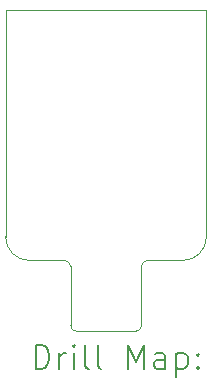
<source format=gbr>
%TF.GenerationSoftware,KiCad,Pcbnew,8.0.6-8.0.6-0~ubuntu22.04.1*%
%TF.CreationDate,2024-11-07T17:30:07-08:00*%
%TF.ProjectId,gbvideo_breakout,67627669-6465-46f5-9f62-7265616b6f75,rev?*%
%TF.SameCoordinates,Original*%
%TF.FileFunction,Drillmap*%
%TF.FilePolarity,Positive*%
%FSLAX45Y45*%
G04 Gerber Fmt 4.5, Leading zero omitted, Abs format (unit mm)*
G04 Created by KiCad (PCBNEW 8.0.6-8.0.6-0~ubuntu22.04.1) date 2024-11-07 17:30:07*
%MOMM*%
%LPD*%
G01*
G04 APERTURE LIST*
%ADD10C,0.100000*%
%ADD11C,0.200000*%
G04 APERTURE END LIST*
D10*
X15257436Y-8512236D02*
G75*
G02*
X15057436Y-8712196I-199996J36D01*
G01*
X13757436Y-8712200D02*
G75*
G02*
X13557440Y-8512164I4J200000D01*
G01*
X13557780Y-6588760D02*
X15257780Y-6588760D01*
X13557436Y-8512164D02*
X13557780Y-6588760D01*
X15257436Y-8512236D02*
X15257780Y-6588760D01*
X13757436Y-8712200D02*
X14057400Y-8712200D01*
X14757400Y-8712200D02*
X15057436Y-8712200D01*
X14157400Y-9312200D02*
G75*
G02*
X14107400Y-9262200I0J50000D01*
G01*
X14157400Y-9312200D02*
X14657400Y-9312200D01*
X14057400Y-8712200D02*
G75*
G02*
X14107400Y-8762200I0J-50000D01*
G01*
X14707400Y-9262200D02*
X14707400Y-8762200D01*
X14707400Y-9262200D02*
G75*
G02*
X14657400Y-9312200I-50000J0D01*
G01*
X14107400Y-9262200D02*
X14107400Y-8762200D01*
X14707400Y-8762200D02*
G75*
G02*
X14757400Y-8712200I50000J0D01*
G01*
D11*
X13813213Y-9628684D02*
X13813213Y-9428684D01*
X13813213Y-9428684D02*
X13860832Y-9428684D01*
X13860832Y-9428684D02*
X13889403Y-9438208D01*
X13889403Y-9438208D02*
X13908451Y-9457255D01*
X13908451Y-9457255D02*
X13917974Y-9476303D01*
X13917974Y-9476303D02*
X13927498Y-9514398D01*
X13927498Y-9514398D02*
X13927498Y-9542970D01*
X13927498Y-9542970D02*
X13917974Y-9581065D01*
X13917974Y-9581065D02*
X13908451Y-9600112D01*
X13908451Y-9600112D02*
X13889403Y-9619160D01*
X13889403Y-9619160D02*
X13860832Y-9628684D01*
X13860832Y-9628684D02*
X13813213Y-9628684D01*
X14013213Y-9628684D02*
X14013213Y-9495350D01*
X14013213Y-9533446D02*
X14022736Y-9514398D01*
X14022736Y-9514398D02*
X14032260Y-9504874D01*
X14032260Y-9504874D02*
X14051308Y-9495350D01*
X14051308Y-9495350D02*
X14070355Y-9495350D01*
X14137022Y-9628684D02*
X14137022Y-9495350D01*
X14137022Y-9428684D02*
X14127498Y-9438208D01*
X14127498Y-9438208D02*
X14137022Y-9447731D01*
X14137022Y-9447731D02*
X14146546Y-9438208D01*
X14146546Y-9438208D02*
X14137022Y-9428684D01*
X14137022Y-9428684D02*
X14137022Y-9447731D01*
X14260832Y-9628684D02*
X14241784Y-9619160D01*
X14241784Y-9619160D02*
X14232260Y-9600112D01*
X14232260Y-9600112D02*
X14232260Y-9428684D01*
X14365593Y-9628684D02*
X14346546Y-9619160D01*
X14346546Y-9619160D02*
X14337022Y-9600112D01*
X14337022Y-9600112D02*
X14337022Y-9428684D01*
X14594165Y-9628684D02*
X14594165Y-9428684D01*
X14594165Y-9428684D02*
X14660832Y-9571541D01*
X14660832Y-9571541D02*
X14727498Y-9428684D01*
X14727498Y-9428684D02*
X14727498Y-9628684D01*
X14908451Y-9628684D02*
X14908451Y-9523922D01*
X14908451Y-9523922D02*
X14898927Y-9504874D01*
X14898927Y-9504874D02*
X14879879Y-9495350D01*
X14879879Y-9495350D02*
X14841784Y-9495350D01*
X14841784Y-9495350D02*
X14822736Y-9504874D01*
X14908451Y-9619160D02*
X14889403Y-9628684D01*
X14889403Y-9628684D02*
X14841784Y-9628684D01*
X14841784Y-9628684D02*
X14822736Y-9619160D01*
X14822736Y-9619160D02*
X14813213Y-9600112D01*
X14813213Y-9600112D02*
X14813213Y-9581065D01*
X14813213Y-9581065D02*
X14822736Y-9562017D01*
X14822736Y-9562017D02*
X14841784Y-9552493D01*
X14841784Y-9552493D02*
X14889403Y-9552493D01*
X14889403Y-9552493D02*
X14908451Y-9542970D01*
X15003689Y-9495350D02*
X15003689Y-9695350D01*
X15003689Y-9504874D02*
X15022736Y-9495350D01*
X15022736Y-9495350D02*
X15060832Y-9495350D01*
X15060832Y-9495350D02*
X15079879Y-9504874D01*
X15079879Y-9504874D02*
X15089403Y-9514398D01*
X15089403Y-9514398D02*
X15098927Y-9533446D01*
X15098927Y-9533446D02*
X15098927Y-9590589D01*
X15098927Y-9590589D02*
X15089403Y-9609636D01*
X15089403Y-9609636D02*
X15079879Y-9619160D01*
X15079879Y-9619160D02*
X15060832Y-9628684D01*
X15060832Y-9628684D02*
X15022736Y-9628684D01*
X15022736Y-9628684D02*
X15003689Y-9619160D01*
X15184641Y-9609636D02*
X15194165Y-9619160D01*
X15194165Y-9619160D02*
X15184641Y-9628684D01*
X15184641Y-9628684D02*
X15175117Y-9619160D01*
X15175117Y-9619160D02*
X15184641Y-9609636D01*
X15184641Y-9609636D02*
X15184641Y-9628684D01*
X15184641Y-9504874D02*
X15194165Y-9514398D01*
X15194165Y-9514398D02*
X15184641Y-9523922D01*
X15184641Y-9523922D02*
X15175117Y-9514398D01*
X15175117Y-9514398D02*
X15184641Y-9504874D01*
X15184641Y-9504874D02*
X15184641Y-9523922D01*
M02*

</source>
